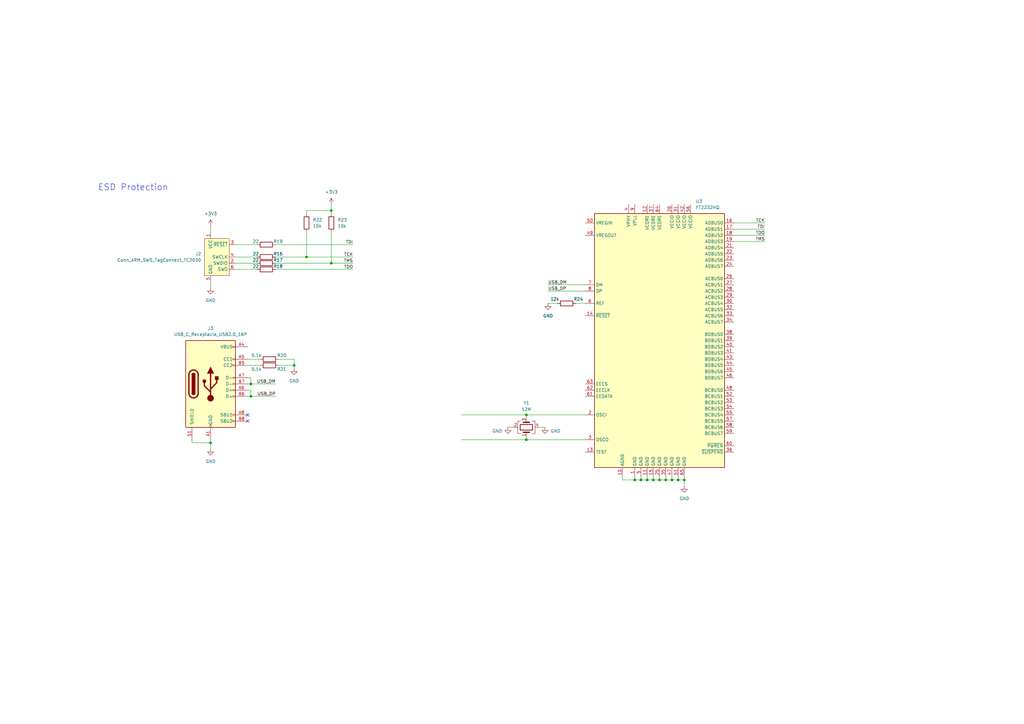
<source format=kicad_sch>
(kicad_sch (version 20250114) (generator "eeschema") (generator_version "9.0")
  (paper "A3")
  (text "< Optional for JTAG w/ built in artix memory" (at -82.55 221.996 0) (effects (font (size 1.27 1.27))))
  (text "< Master SPI M[2:0] 001" (at -92.71 227.584 0) (effects (font (size 1.27 1.27))))
  (text "ESD Protection" (at 54.61 76.962 0) (effects (font (size 2.54 2.54))))
  (junction (at -156.21 187.96))
  (junction (at 86.36 181.61))
  (junction (at 120.65 149.86))
  (junction (at 135.89 107.95))
  (junction (at 280.67 196.85))
  (junction (at 260.35 196.85))
  (junction (at 267.97 196.85))
  (junction (at -113.03 227.33))
  (junction (at 262.89 196.85))
  (junction (at 215.9 170.18))
  (junction (at 278.13 196.85))
  (junction (at 270.51 196.85))
  (junction (at 275.59 196.85))
  (junction (at 215.9 180.34))
  (junction (at 135.89 86.36))
  (junction (at 125.73 105.41))
  (junction (at 102.87 157.48))
  (junction (at 273.05 196.85))
  (junction (at 102.87 162.56))
  (junction (at 265.43 196.85))
  (no_connect (at 101.6 170.18))
  (no_connect (at 101.6 172.72))
  (wire (pts (xy 224.79 119.38) (xy 240.03 119.38)))
  (wire (pts (xy 265.43 196.85) (xy 265.43 195.58)))
  (wire (pts (xy 86.36 184.15) (xy 86.36 181.61)))
  (wire (pts (xy 265.43 196.85) (xy 267.97 196.85)))
  (wire (pts (xy 275.59 196.85) (xy 275.59 195.58)))
  (wire (pts (xy 270.51 196.85) (xy 270.51 195.58)))
  (wire (pts (xy 270.51 196.85) (xy 273.05 196.85)))
  (wire (pts (xy 125.73 105.41) (xy 113.03 105.41)))
  (wire (pts (xy 105.41 100.33) (xy 96.52 100.33)))
  (wire (pts (xy 215.9 179.07) (xy 215.9 180.34)))
  (wire (pts (xy -146.05 227.33) (xy -113.03 227.33)))
  (wire (pts (xy 255.27 196.85) (xy 260.35 196.85)))
  (wire (pts (xy -156.21 185.42) (xy -156.21 187.96)))
  (wire (pts (xy 135.89 86.36) (xy 135.89 87.63)))
  (wire (pts (xy 224.79 116.84) (xy 240.03 116.84)))
  (wire (pts (xy 102.87 157.48) (xy 113.03 157.48)))
  (wire (pts (xy -135.89 212.09) (xy -146.05 212.09)))
  (wire (pts (xy -156.21 187.96) (xy -158.75 187.96)))
  (wire (pts (xy 313.69 99.06) (xy 300.99 99.06)))
  (wire (pts (xy 215.9 170.18) (xy 240.03 170.18)))
  (wire (pts (xy 275.59 196.85) (xy 278.13 196.85)))
  (wire (pts (xy 120.65 147.32) (xy 114.3 147.32)))
  (wire (pts (xy 86.36 181.61) (xy 78.74 181.61)))
  (wire (pts (xy 236.22 124.46) (xy 240.03 124.46)))
  (wire (pts (xy 280.67 196.85) (xy 280.67 195.58)))
  (wire (pts (xy 189.23 180.34) (xy 215.9 180.34)))
  (wire (pts (xy -121.92 231.14) (xy -121.92 229.87)))
  (wire (pts (xy 102.87 160.02) (xy 102.87 162.56)))
  (wire (pts (xy 278.13 196.85) (xy 280.67 196.85)))
  (wire (pts (xy 262.89 196.85) (xy 265.43 196.85)))
  (wire (pts (xy 135.89 83.82) (xy 135.89 86.36)))
  (wire (pts (xy 260.35 196.85) (xy 262.89 196.85)))
  (wire (pts (xy -156.21 187.96) (xy -156.21 189.23)))
  (wire (pts (xy -121.92 214.63) (xy -121.92 215.9)))
  (wire (pts (xy -135.89 214.63) (xy -146.05 214.63)))
  (wire (pts (xy 78.74 181.61) (xy 78.74 180.34)))
  (wire (pts (xy 267.97 196.85) (xy 267.97 195.58)))
  (wire (pts (xy 105.41 105.41) (xy 96.52 105.41)))
  (wire (pts (xy 101.6 149.86) (xy 106.68 149.86)))
  (wire (pts (xy -121.92 229.87) (xy -146.05 229.87)))
  (wire (pts (xy 313.69 93.98) (xy 300.99 93.98)))
  (wire (pts (xy -121.92 224.79) (xy -146.05 224.79)))
  (wire (pts (xy 120.65 149.86) (xy 120.65 147.32)))
  (wire (pts (xy 189.23 170.18) (xy 215.9 170.18)))
  (wire (pts (xy 125.73 95.25) (xy 125.73 105.41)))
  (wire (pts (xy -121.92 240.03) (xy -121.92 238.76)))
  (wire (pts (xy 278.13 196.85) (xy 278.13 195.58)))
  (wire (pts (xy 135.89 107.95) (xy 113.03 107.95)))
  (wire (pts (xy 255.27 196.85) (xy 255.27 195.58)))
  (wire (pts (xy 125.73 105.41) (xy 144.78 105.41)))
  (wire (pts (xy 215.9 180.34) (xy 240.03 180.34)))
  (wire (pts (xy 144.78 100.33) (xy 113.03 100.33)))
  (wire (pts (xy 224.79 124.46) (xy 228.6 124.46)))
  (wire (pts (xy 96.52 110.49) (xy 105.41 110.49)))
  (wire (pts (xy -113.03 237.49) (xy -113.03 236.22)))
  (wire (pts (xy 86.36 92.71) (xy 86.36 95.25)))
  (wire (pts (xy 101.6 162.56) (xy 102.87 162.56)))
  (wire (pts (xy 101.6 154.94) (xy 102.87 154.94)))
  (wire (pts (xy 260.35 196.85) (xy 260.35 195.58)))
  (wire (pts (xy -113.03 228.6) (xy -113.03 227.33)))
  (wire (pts (xy -113.03 226.06) (xy -113.03 227.33)))
  (wire (pts (xy 223.52 175.26) (xy 220.98 175.26)))
  (wire (pts (xy 267.97 196.85) (xy 270.51 196.85)))
  (wire (pts (xy 102.87 157.48) (xy 101.6 157.48)))
  (wire (pts (xy 215.9 170.18) (xy 215.9 171.45)))
  (wire (pts (xy 273.05 196.85) (xy 273.05 195.58)))
  (wire (pts (xy 114.3 149.86) (xy 120.65 149.86)))
  (wire (pts (xy 120.65 151.13) (xy 120.65 149.86)))
  (wire (pts (xy 125.73 86.36) (xy 125.73 87.63)))
  (wire (pts (xy 144.78 107.95) (xy 135.89 107.95)))
  (wire (pts (xy 101.6 160.02) (xy 102.87 160.02)))
  (wire (pts (xy -135.89 209.55) (xy -146.05 209.55)))
  (wire (pts (xy 144.78 110.49) (xy 113.03 110.49)))
  (wire (pts (xy 262.89 196.85) (xy 262.89 195.58)))
  (wire (pts (xy -158.75 187.96) (xy -158.75 189.23)))
  (wire (pts (xy 106.68 147.32) (xy 101.6 147.32)))
  (wire (pts (xy 273.05 196.85) (xy 275.59 196.85)))
  (wire (pts (xy -135.89 217.17) (xy -146.05 217.17)))
  (wire (pts (xy 280.67 199.39) (xy 280.67 196.85)))
  (wire (pts (xy 135.89 86.36) (xy 125.73 86.36)))
  (wire (pts (xy 135.89 95.25) (xy 135.89 107.95)))
  (wire (pts (xy 313.69 91.44) (xy 300.99 91.44)))
  (wire (pts (xy -121.92 223.52) (xy -121.92 224.79)))
  (wire (pts (xy 86.36 181.61) (xy 86.36 180.34)))
  (wire (pts (xy 102.87 154.94) (xy 102.87 157.48)))
  (wire (pts (xy 313.69 96.52) (xy 300.99 96.52)))
  (wire (pts (xy 208.28 175.26) (xy 210.82 175.26)))
  (wire (pts (xy -113.03 217.17) (xy -113.03 218.44)))
  (wire (pts (xy 102.87 162.56) (xy 113.03 162.56)))
  (wire (pts (xy 86.36 118.11) (xy 86.36 115.57)))
  (wire (pts (xy 96.52 107.95) (xy 105.41 107.95)))
  (label "TCK" (at 313.69 91.44 180))
  (label "TDI" (at 144.78 100.33 180))
  (label "TDO" (at 313.69 96.52 180))
  (label "TDO" (at 144.78 110.49 180))
  (label "TDI" (at -135.89 209.55 180))
  (label "USB_DP" (at 113.03 162.56 180))
  (label "USB_DM" (at 113.03 157.48 180))
  (label "TDI" (at 313.69 93.98 180))
  (label "TCK" (at 144.78 105.41 180))
  (label "TMS" (at 313.69 99.06 180))
  (label "TMS" (at 144.78 107.95 180))
  (label "TCK" (at -135.89 217.17 180))
  (label "USB_DM" (at 224.79 116.84 0))
  (label "TDO" (at -135.89 212.09 180))
  (label "TMS" (at -135.89 214.63 180))
  (label "USB_DP" (at 224.79 119.38 0))
  (symbol (lib_id "power:GND") (at 223.52 175.26 0) (unit 1)
    (property "Reference" "#PWR049" (effects (hide yes)))
    (property "Value" "GND" (at 227.838 176.784 0))
    (property "Description" "Power symbol creates a global label with name \"GND\" , ground" (effects (hide yes)))
  )
  (symbol (lib_id "power:+3V3") (at 86.36 92.71 0) (unit 1)
    (property "Reference" "#PWR042" (effects (hide yes)))
    (property "Value" "+3V3" (at 86.36 87.63 0))
    (property "Description" "Power symbol creates a global label with name \"+3V3\"" (effects (hide yes)))
  )
  (symbol (lib_id "Device:Crystal_GND24") (at 215.9 175.26 90) (unit 1)
    (property "Reference" "Y1" (at 215.9 165.354 90))
    (property "Value" "12M" (at 215.9 167.894 90))
    (property "Description" "Four pin crystal, GND on pins 2 and 4" (effects (hide yes)))
    (property "MPN" "X322512MSB4SI" (effects (hide yes)))
    (property "LCSC" "C9002" (effects (hide yes)))
  )
  (symbol (lib_id "power:GND") (at 120.65 151.13 0) (unit 1)
    (property "Reference" "#PWR045" (effects (hide yes)))
    (property "Value" "GND" (at 120.65 156.21 0))
    (property "Description" "Power symbol creates a global label with name \"GND\" , ground" (effects (hide yes)))
  )
  (symbol (lib_id "power:GND") (at -113.03 237.49 0) (unit 1)
    (property "Reference" "#PWR040" (effects (hide yes)))
    (property "Value" "GND" (at -113.03 242.57 0))
    (property "Description" "Power symbol creates a global label with name \"GND\" , ground" (effects (hide yes)))
  )
  (symbol (lib_id "power:GND") (at 280.67 199.39 0) (unit 1)
    (property "Reference" "#PWR047" (effects (hide yes)))
    (property "Value" "GND" (at 280.67 204.47 0))
    (property "Description" "Power symbol creates a global label with name \"GND\" , ground" (effects (hide yes)))
  )
  (symbol (lib_id "Device:R") (at -113.03 222.25 0) (unit 1) (dnp yes)
    (property "Reference" "R15" (at -110.49 220.9799 0) (effects (justify left)))
    (property "Value" "1k" (at -110.49 223.5199 0) (effects (justify left)))
    (property "Description" "Resistor" (effects (hide yes)))
  )
  (symbol (lib_id "power:+3V3") (at -156.21 185.42 0) (unit 1)
    (property "Reference" "#PWR038" (effects (hide yes)))
    (property "Value" "+3V3" (at -156.21 180.34 0))
    (property "Description" "Power symbol creates a global label with name \"+3V3\"" (effects (hide yes)))
  )
  (symbol (lib_id "power:GND") (at 86.36 184.15 0) (unit 1)
    (property "Reference" "#PWR044" (effects (hide yes)))
    (property "Value" "GND" (at 86.36 189.23 0))
    (property "Description" "Power symbol creates a global label with name \"GND\" , ground" (effects (hide yes)))
  )
  (symbol (lib_id "Device:R") (at 125.73 91.44 0) (unit 1)
    (property "Reference" "R22" (at 128.27 90.1699 0) (effects (justify left)))
    (property "Value" "10k" (at 128.27 92.7099 0) (effects (justify left)))
    (property "Description" "Resistor" (effects (hide yes)))
  )
  (symbol (lib_id "Device:R") (at 109.22 107.95 90) (unit 1)
    (property "Reference" "R17" (at 114.046 106.68 90))
    (property "Value" "22" (at 104.902 106.68 90))
    (property "Description" "Resistor" (effects (hide yes)))
  )
  (symbol (lib_id "Interface_USB:FT2232HQ") (at 270.51 139.7 0) (unit 1)
    (property "Reference" "U3" (at 285.3533 82.55 0) (effects (justify left)))
    (property "Value" "FT2232HQ" (at 285.3533 85.09 0) (effects (justify left)))
    (property "Footprint" "Package_DFN_QFN:QFN-64-1EP_9x9mm_P0.5mm_EP4.35x4.35mm" (effects (hide yes)))
    (property "Datasheet" "https://www.ftdichip.com/Support/Documents/DataSheets/ICs/DS_FT2232H.pdf" (effects (hide yes)))
    (property "Description" "Hi Speed Double Channel USB UART/FIFO, QFN-64" (effects (hide yes)))
  )
  (symbol (lib_id "Device:R") (at 110.49 149.86 90) (unit 1)
    (property "Reference" "R21" (at 115.57 151.384 90))
    (property "Value" "5.1k" (at 105.156 151.384 90))
    (property "Description" "Resistor" (effects (hide yes)))
  )
  (symbol (lib_id "Device:R") (at 109.22 110.49 90) (unit 1)
    (property "Reference" "R18" (at 114.046 109.22 90))
    (property "Value" "22" (at 104.902 109.22 90))
    (property "Description" "Resistor" (effects (hide yes)))
  )
  (symbol (lib_id "Device:R") (at -121.92 234.95 0) (unit 1)
    (property "Reference" "R3" (at -119.38 233.6799 0) (effects (justify left)))
    (property "Value" "1k" (at -119.38 236.2199 0) (effects (justify left)))
    (property "Description" "Resistor" (effects (hide yes)))
  )
  (symbol (lib_id "power:GND") (at -121.92 240.03 0) (unit 1)
    (property "Reference" "#PWR036" (effects (hide yes)))
    (property "Value" "GND" (at -121.92 245.11 0))
    (property "Description" "Power symbol creates a global label with name \"GND\" , ground" (effects (hide yes)))
  )
  (symbol (lib_id "Device:R") (at 232.41 124.46 90) (unit 1)
    (property "Reference" "R24" (at 237.236 122.682 90))
    (property "Value" "12k" (at 227.584 122.682 90))
    (property "Description" "Resistor" (effects (hide yes)))
  )
  (symbol (lib_id "Device:R") (at 109.22 105.41 90) (unit 1)
    (property "Reference" "R16" (at 114.046 104.14 90))
    (property "Value" "22" (at 104.902 104.14 90))
    (property "Description" "Resistor" (effects (hide yes)))
  )
  (symbol (lib_id "FPGA Accelerator:XC7A50T-FGG484") (at -184.15 229.87 0) (unit 6)
    (property "Reference" "U1" (at -217.17 231.7749 0) (effects (justify right)))
    (property "Value" "XC7A50T-FGG484" (at -217.17 234.3149 0) (effects (justify right)))
    (property "Description" "Artix 7 T 50 XC7A50T-FGG484" (effects (hide yes)))
  )
  (symbol (lib_id "Device:R") (at 109.22 100.33 90) (unit 1)
    (property "Reference" "R19" (at 114.046 99.06 90))
    (property "Value" "22" (at 104.902 99.06 90))
    (property "Description" "Resistor" (effects (hide yes)))
  )
  (symbol (lib_id "Device:R") (at 135.89 91.44 0) (unit 1)
    (property "Reference" "R23" (at 138.43 90.1699 0) (effects (justify left)))
    (property "Value" "10k" (at 138.43 92.7099 0) (effects (justify left)))
    (property "Description" "Resistor" (effects (hide yes)))
  )
  (symbol (lib_id "power:GND") (at 208.28 175.26 0) (mirror y) (unit 1)
    (property "Reference" "#PWR050" (effects (hide yes)))
    (property "Value" "GND" (at 203.962 176.784 0))
    (property "Description" "Power symbol creates a global label with name \"GND\" , ground" (effects (hide yes)))
  )
  (symbol (lib_id "power:+3V3") (at -113.03 217.17 0) (unit 1)
    (property "Reference" "#PWR041" (effects (hide yes)))
    (property "Value" "+3V3" (at -113.03 212.09 0))
    (property "Description" "Power symbol creates a global label with name \"+3V3\"" (effects (hide yes)))
  )
  (symbol (lib_id "power:+3V3") (at 135.89 83.82 0) (unit 1)
    (property "Reference" "#PWR046" (effects (hide yes)))
    (property "Value" "+3V3" (at 135.89 78.74 0))
    (property "Description" "Power symbol creates a global label with name \"+3V3\"" (effects (hide yes)))
  )
  (symbol (lib_id "power:+3V3") (at -121.92 214.63 0) (unit 1)
    (property "Reference" "#PWR037" (effects (hide yes)))
    (property "Value" "+3V3" (at -121.92 209.55 0))
    (property "Description" "Power symbol creates a global label with name \"+3V3\"" (effects (hide yes)))
  )
  (symbol (lib_id "Device:R") (at -113.03 232.41 0) (unit 1)
    (property "Reference" "R14" (at -110.49 231.1399 0) (effects (justify left)))
    (property "Value" "1k" (at -110.49 233.6799 0) (effects (justify left)))
    (property "Description" "Resistor" (effects (hide yes)))
  )
  (symbol (lib_id "Connector:USB_C_Receptacle_USB2.0_16P") (at 86.36 157.48 0) (unit 1)
    (property "Reference" "J3" (at 86.36 134.62 0))
    (property "Value" "USB_C_Receptacle_USB2.0_16P" (at 86.36 137.16 0))
    (property "Footprint" "Connector_USB:USB_C_Receptacle_HRO_TYPE-C-31-M-12" (effects (hide yes)))
    (property "Datasheet" "https://www.usb.org/sites/default/files/documents/usb_type-c.zip" (effects (hide yes)))
    (property "Description" "USB 2.0-only 16P Type-C Receptacle connector" (effects (hide yes)))
  )
  (symbol (lib_id "Device:R") (at 110.49 147.32 90) (mirror x) (unit 1)
    (property "Reference" "R20" (at 115.57 145.796 90))
    (property "Value" "5.1k" (at 105.156 145.796 90))
    (property "Description" "Resistor" (effects (hide yes)))
  )
  (symbol (lib_id "power:GND") (at 86.36 118.11 0) (unit 1)
    (property "Reference" "#PWR043" (effects (hide yes)))
    (property "Value" "GND" (at 86.36 123.19 0))
    (property "Description" "Power symbol creates a global label with name \"GND\" , ground" (effects (hide yes)))
  )
  (symbol (lib_id "power:GND") (at 224.79 124.46 0) (unit 1)
    (property "Reference" "#PWR048" (effects (hide yes)))
    (property "Value" "GND" (at 224.79 129.54 0))
    (property "Description" "Power symbol creates a global label with name \"GND\" , ground" (effects (hide yes)))
  )
  (symbol (lib_id "Connector:Conn_ARM_SWD_TagConnect_TC2030") (at 88.9 105.41 0) (unit 1) (in_bom no)
    (property "Reference" "J2" (at 82.55 104.1399 0) (effects (justify right)))
    (property "Value" "Conn_ARM_SWD_TagConnect_TC2030" (at 82.55 106.6799 0) (effects (justify right)))
    (property "Footprint" "Connector:Tag-Connect_TC2030-IDC-FP_2x03_P1.27mm_Vertical" (effects (hide yes)))
    (property "Datasheet" "https://www.tag-connect.com/wp-content/uploads/bsk-pdf-manager/TC2030-CTX_1.pdf" (effects (hide yes)))
    (property "Description" "Tag-Connect ARM Cortex SWD JTAG connector, 6 pin" (effects (hide yes)))
  )
  (symbol (lib_id "Device:R") (at -121.92 219.71 0) (unit 1)
    (property "Reference" "R2" (at -119.38 218.4399 0) (effects (justify left)))
    (property "Value" "1k" (at -119.38 220.9799 0) (effects (justify left)))
    (property "Description" "Resistor" (effects (hide yes)))
  )
)
</source>
